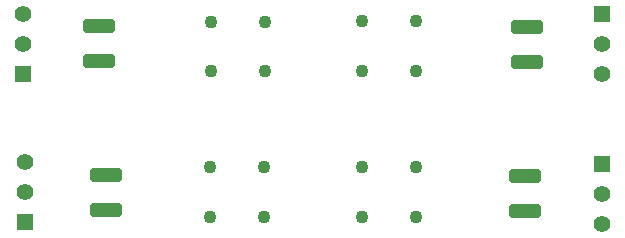
<source format=gbr>
%TF.GenerationSoftware,KiCad,Pcbnew,(6.0.8-1)-1*%
%TF.CreationDate,2023-06-07T12:10:10-04:00*%
%TF.ProjectId,Ecal2.5x2.5cm,4563616c-322e-4357-9832-2e35636d2e6b,rev?*%
%TF.SameCoordinates,Original*%
%TF.FileFunction,Soldermask,Top*%
%TF.FilePolarity,Negative*%
%FSLAX46Y46*%
G04 Gerber Fmt 4.6, Leading zero omitted, Abs format (unit mm)*
G04 Created by KiCad (PCBNEW (6.0.8-1)-1) date 2023-06-07 12:10:10*
%MOMM*%
%LPD*%
G01*
G04 APERTURE LIST*
G04 Aperture macros list*
%AMRoundRect*
0 Rectangle with rounded corners*
0 $1 Rounding radius*
0 $2 $3 $4 $5 $6 $7 $8 $9 X,Y pos of 4 corners*
0 Add a 4 corners polygon primitive as box body*
4,1,4,$2,$3,$4,$5,$6,$7,$8,$9,$2,$3,0*
0 Add four circle primitives for the rounded corners*
1,1,$1+$1,$2,$3*
1,1,$1+$1,$4,$5*
1,1,$1+$1,$6,$7*
1,1,$1+$1,$8,$9*
0 Add four rect primitives between the rounded corners*
20,1,$1+$1,$2,$3,$4,$5,0*
20,1,$1+$1,$4,$5,$6,$7,0*
20,1,$1+$1,$6,$7,$8,$9,0*
20,1,$1+$1,$8,$9,$2,$3,0*%
G04 Aperture macros list end*
%ADD10R,1.397000X1.397000*%
%ADD11C,1.397000*%
%ADD12RoundRect,0.250000X1.100000X-0.325000X1.100000X0.325000X-1.100000X0.325000X-1.100000X-0.325000X0*%
%ADD13RoundRect,0.250000X-1.100000X0.325000X-1.100000X-0.325000X1.100000X-0.325000X1.100000X0.325000X0*%
%ADD14C,1.100000*%
G04 APERTURE END LIST*
D10*
%TO.C,REF\u002A\u002A*%
X136949900Y-66312500D03*
D11*
X136949900Y-68852500D03*
X136949900Y-71392500D03*
%TD*%
D12*
%TO.C,10 nF*%
X130449900Y-70287500D03*
X130449900Y-67337500D03*
%TD*%
%TO.C,10 nF*%
X130600000Y-57675000D03*
X130600000Y-54725000D03*
%TD*%
D11*
%TO.C,REF\u002A\u002A*%
X136949900Y-58692500D03*
X136949900Y-56152500D03*
D10*
X136949900Y-53612500D03*
%TD*%
D13*
%TO.C,10 nF*%
X95000000Y-67225000D03*
X95000000Y-70175000D03*
%TD*%
D10*
%TO.C,REF\u002A\u002A*%
X88100000Y-71200000D03*
D11*
X88100000Y-68660000D03*
X88100000Y-66120000D03*
%TD*%
D14*
%TO.C,REF\u002A\u002A*%
X108365100Y-66584900D03*
X103765100Y-66584900D03*
X103765100Y-70784900D03*
X108365100Y-70784900D03*
%TD*%
%TO.C,REF\u002A\u002A*%
X108415100Y-54265100D03*
X103815100Y-54265100D03*
X103815100Y-58465100D03*
X108415100Y-58465100D03*
%TD*%
%TO.C,REF\u002A\u002A*%
X116634900Y-58415100D03*
X121234900Y-58415100D03*
X121234900Y-54215100D03*
X116634900Y-54215100D03*
%TD*%
%TO.C,REF\u002A\u002A*%
X116634900Y-66584900D03*
X121234900Y-66584900D03*
X121234900Y-70784900D03*
X116634900Y-70784900D03*
%TD*%
D10*
%TO.C,REF\u002A\u002A*%
X87950100Y-58687500D03*
D11*
X87950100Y-56147500D03*
X87950100Y-53607500D03*
%TD*%
D13*
%TO.C,10 nF*%
X94400000Y-54625000D03*
X94400000Y-57575000D03*
%TD*%
M02*

</source>
